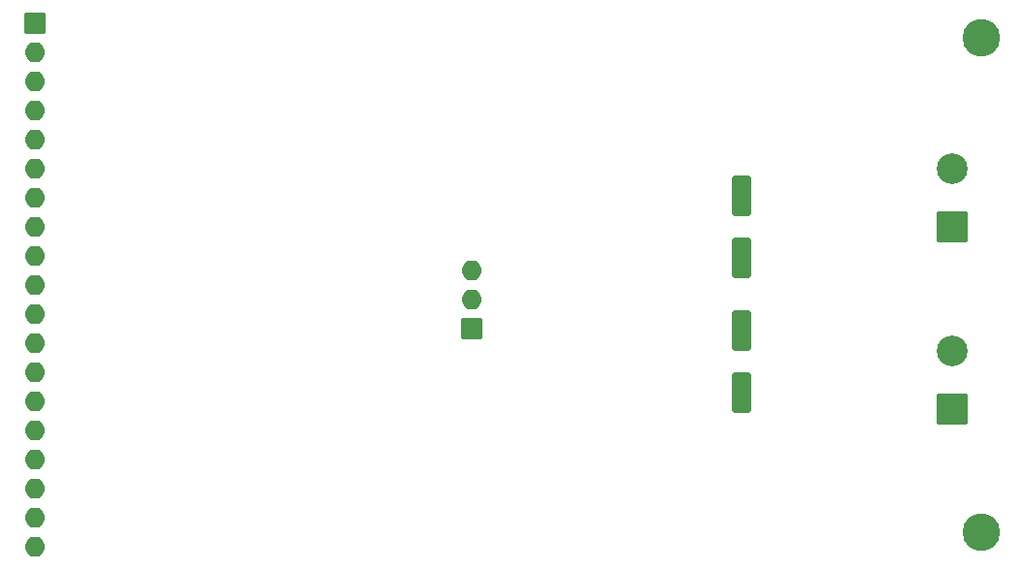
<source format=gbs>
G04 #@! TF.GenerationSoftware,KiCad,Pcbnew,7.0.9*
G04 #@! TF.CreationDate,2024-03-05T18:49:30-08:00*
G04 #@! TF.ProjectId,SSM3582_v02,53534d33-3538-4325-9f76-30322e6b6963,rev?*
G04 #@! TF.SameCoordinates,Original*
G04 #@! TF.FileFunction,Soldermask,Bot*
G04 #@! TF.FilePolarity,Negative*
%FSLAX46Y46*%
G04 Gerber Fmt 4.6, Leading zero omitted, Abs format (unit mm)*
G04 Created by KiCad (PCBNEW 7.0.9) date 2024-03-05 18:49:30*
%MOMM*%
%LPD*%
G01*
G04 APERTURE LIST*
G04 Aperture macros list*
%AMRoundRect*
0 Rectangle with rounded corners*
0 $1 Rounding radius*
0 $2 $3 $4 $5 $6 $7 $8 $9 X,Y pos of 4 corners*
0 Add a 4 corners polygon primitive as box body*
4,1,4,$2,$3,$4,$5,$6,$7,$8,$9,$2,$3,0*
0 Add four circle primitives for the rounded corners*
1,1,$1+$1,$2,$3*
1,1,$1+$1,$4,$5*
1,1,$1+$1,$6,$7*
1,1,$1+$1,$8,$9*
0 Add four rect primitives between the rounded corners*
20,1,$1+$1,$2,$3,$4,$5,0*
20,1,$1+$1,$4,$5,$6,$7,0*
20,1,$1+$1,$6,$7,$8,$9,0*
20,1,$1+$1,$8,$9,$2,$3,0*%
G04 Aperture macros list end*
%ADD10C,3.276000*%
%ADD11RoundRect,0.038000X1.300000X-1.300000X1.300000X1.300000X-1.300000X1.300000X-1.300000X-1.300000X0*%
%ADD12C,2.676000*%
%ADD13RoundRect,0.038000X0.850000X0.850000X-0.850000X0.850000X-0.850000X-0.850000X0.850000X-0.850000X0*%
%ADD14O,1.776000X1.776000*%
%ADD15RoundRect,0.288000X-0.550000X1.500000X-0.550000X-1.500000X0.550000X-1.500000X0.550000X1.500000X0*%
%ADD16RoundRect,0.288000X0.550000X-1.500000X0.550000X1.500000X-0.550000X1.500000X-0.550000X-1.500000X0*%
G04 APERTURE END LIST*
D10*
X189865000Y-114300000D03*
D11*
X187325000Y-103505000D03*
D12*
X187325000Y-98425000D03*
D13*
X145415000Y-96520000D03*
D14*
X145415000Y-93980000D03*
X145415000Y-91440000D03*
D10*
X189865000Y-71120000D03*
D11*
X187325000Y-87630000D03*
D12*
X187325000Y-82550000D03*
D15*
X169011600Y-84886800D03*
X169011600Y-90286800D03*
D13*
X107315000Y-69850000D03*
D14*
X107315000Y-72390000D03*
X107315000Y-74930000D03*
X107315000Y-77470000D03*
X107315000Y-80010000D03*
X107315000Y-82550000D03*
X107315000Y-85090000D03*
X107315000Y-87630000D03*
X107315000Y-90170000D03*
X107315000Y-92710000D03*
X107315000Y-95250000D03*
X107315000Y-97790000D03*
X107315000Y-100330000D03*
X107315000Y-102870000D03*
X107315000Y-105410000D03*
X107315000Y-107950000D03*
X107315000Y-110490000D03*
X107315000Y-113030000D03*
X107315000Y-115570000D03*
D16*
X169011600Y-102082600D03*
X169011600Y-96682600D03*
M02*

</source>
